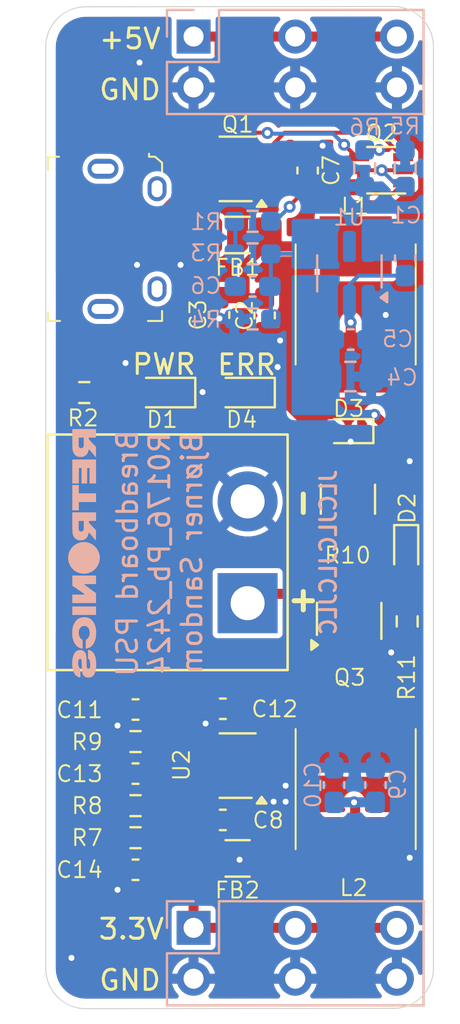
<source format=kicad_pcb>
(kicad_pcb (version 20240108) (generator "pcbnew") (generator_version "8.0")
  (layers (0 "F.Cu" signal) (31 "B.Cu" signal) (34 "B.Paste" user) (35 "F.Paste" user) (36 "B.SilkS" user "B.Silkscreen") (37 "F.SilkS" user "F.Silkscreen") (38 "B.Mask" user) (39 "F.Mask" user) (44 "Edge.Cuts" user))
  (net 0 "")
  (net 1 "Net-(U1-BOOT)")
  (net 2 "Net-(U1-SW)")
  (net 3 "Net-(C2-Pad2)")
  (net 4 "GND")
  (net 5 "Net-(U1-FB)")
  (net 6 "Net-(C6-Pad2)")
  (net 7 "+3.3V")
  (net 9 "+5V")
  (net 10 "Net-(U2-BOOT)")
  (net 11 "Net-(U2-SW)")
  (net 12 "Net-(C10-Pad2)")
  (net 13 "VDC")
  (net 14 "Net-(C13-Pad2)")
  (net 15 "Net-(U2-FB)")
  (net 16 "Net-(Q2A-E1)")
  (net 17 "/DC IN")
  (net 18 "Net-(Q2A-B1)")
  (net 20 "Net-(D2-A)")
  (net 24 "Net-(Q1-G)")
  (net 25 "Net-(D3-A)")
  (net 26 "Net-(D1-A)")
  (footprint "Capacitor_SMD:C_0603_1608Metric_Pad1.08x0.95mm_HandSolder" (layer "F.Cu") (at 58.35 64.425 90)
    (property "Reference" "C2" (at 0 -1 90) (layer "F.SilkS") (effects (font (size 0.8 0.8) (thickness 0.1))))
    (property "Value" "22µF 10V")
    (pad "1" smd roundrect (at -0.8625 0 90) (size 1.075 0.95) (layers "F.Cu" "F.Paste" "F.Mask") (net 4 "GND"))
    (pad "2" smd roundrect (at 0.8625 0 90) (size 1.075 0.95) (layers "F.Cu" "F.Paste" "F.Mask") (net 3 "Net-(C2-Pad2)"))
  )
  (footprint "myDevices:SOT-363_SC-70-6-Handsoldering" (layer "F.Cu") (at 64.175 57.175 180)
    (property "Reference" "Q2" (at -0.025 1.85 0) (layer "F.SilkS") (effects (font (size 0.8 0.8) (thickness 0.1))))
    (property "Value" "BC857BS")
    (pad "1" smd rect (at -1.1 -0.65 180) (size 1 0.4) (layers "F.Cu" "F.Paste" "F.Mask") (net 16 "Net-(Q2A-E1)"))
    (pad "2" smd rect (at -1.1 0 180) (size 1 0.4) (layers "F.Cu" "F.Paste" "F.Mask") (net 18 "Net-(Q2A-B1)"))
    (pad "3" smd rect (at -1.1 0.65 180) (size 1 0.4) (layers "F.Cu" "F.Paste" "F.Mask") (net 24 "Net-(Q1-G)"))
    (pad "4" smd rect (at 1.1 0.65 180) (size 1 0.4) (layers "F.Cu" "F.Paste" "F.Mask") (net 9 "+5V"))
    (pad "5" smd rect (at 1.1 0 180) (size 1 0.4) (layers "F.Cu" "F.Paste" "F.Mask") (net 18 "Net-(Q2A-B1)"))
    (pad "6" smd rect (at 1.1 -0.65 180) (size 1 0.4) (layers "F.Cu" "F.Paste" "F.Mask") (net 18 "Net-(Q2A-B1)"))
  )
  (footprint "Retronics_Passives:ETQP4M100YFN" (layer "F.Cu") (at 62.9 88.075 -90)
    (property "Reference" "L2" (at 4.925 0.1 0) (layer "F.SilkS") (effects (font (size 0.8 0.8) (thickness 0.1))))
    (property "Value" "10µH 3.3A" (hide yes))
    (pad "1" smd rect (at -2.9 0 270) (size 3 3.6) (layers "F.Cu" "F.Paste" "F.Mask") (net 11 "Net-(U2-SW)"))
    (pad "2" smd rect (at 2.9 0 270) (size 3 3.6) (layers "F.Cu" "F.Paste" "F.Mask") (net 12 "Net-(C10-Pad2)"))
  )
  (footprint "Retronics_Connectors:Pluggable_DB2ERC-5.08-2P-BK" (layer "F.Cu") (at 57.5 78.79 90)
    (property "Reference" "J1" (hide yes))
    (property "Value" "DC Input 6-24V")
    (pad "1" thru_hole rect (at 0 0 90) (size 3 3) (drill 1.7) (layers "*.Cu" "*.Mask") (net 17 "/DC IN"))
    (pad "2" thru_hole circle (at 5.08 0 90) (size 3 3) (drill 1.7) (layers "*.Cu" "*.Mask") (net 4 "GND"))
  )
  (footprint "Package_TO_SOT_SMD:SOT-23-6_Handsoldering" (layer "F.Cu") (at 62.575 79.675 90)
    (property "Reference" "Q3" (at -2.825 0.025 180) (layer "F.SilkS") (effects (font (size 0.8 0.8) (thickness 0.1))))
    (property "Value" "Si3493DDV")
    (pad "1" smd roundrect (at -1.35 -0.95 90) (size 1.56 0.65) (layers "F.Cu" "F.Paste" "F.Mask") (net 17 "/DC IN"))
    (pad "2" smd roundrect (at -1.35 0 90) (size 1.56 0.65) (layers "F.Cu" "F.Paste" "F.Mask") (net 17 "/DC IN"))
    (pad "3" smd roundrect (at -1.35 0.95 90) (size 1.56 0.65) (layers "F.Cu" "F.Paste" "F.Mask") (net 20 "Net-(D2-A)"))
    (pad "4" smd roundrect (at 1.35 0.95 90) (size 1.56 0.65) (layers "F.Cu" "F.Paste" "F.Mask") (net 13 "VDC"))
    (pad "5" smd roundrect (at 1.35 0 90) (size 1.56 0.65) (layers "F.Cu" "F.Paste" "F.Mask") (net 17 "/DC IN"))
    (pad "6" smd roundrect (at 1.35 -0.95 90) (size 1.56 0.65) (layers "F.Cu" "F.Paste" "F.Mask") (net 17 "/DC IN"))
  )
  (footprint "LED_SMD:LED_0603_1608Metric_Pad1.05x0.95mm_HandSolder" (layer "F.Cu") (at 57.2 68.275 180)
    (property "Reference" "D4" (at 0 -1.35 0) (layer "F.SilkS") (effects (font (size 0.8 0.8) (thickness 0.1))))
    (property "Value" "Red")
    (pad "1" smd roundrect (at -0.875 0 180) (size 1.05 0.95) (layers "F.Cu" "F.Paste" "F.Mask") (net 25 "Net-(D3-A)"))
    (pad "2" smd roundrect (at 0.875 0 180) (size 1.05 0.95) (layers "F.Cu" "F.Paste" "F.Mask") (net 4 "GND"))
  )
  (footprint "Diode_SMD:D_SOD-523" (layer "F.Cu") (at 65.425 76.15 -90)
    (property "Reference" "D2" (at -2.1 -0.05 -90) (layer "F.SilkS") (effects (font (size 0.8 0.8) (thickness 0.1))))
    (property "Value" "12V")
    (pad "1" smd roundrect (at -0.7 0 90) (size 0.6 0.7) (layers "F.Cu" "F.Paste" "F.Mask") (net 13 "VDC"))
    (pad "2" smd roundrect (at 0.7 0 90) (size 0.6 0.7) (layers "F.Cu" "F.Paste" "F.Mask") (net 20 "Net-(D2-A)"))
  )
  (footprint "Retronics_Passives:R_0603_1608Metric_Pad0.98x0.95mm_HandSolder" (layer "F.Cu") (at 49.3375 68.275)
    (property "Reference" "R2" (at -0.0625 1.275 0) (layer "F.SilkS") (effects (font (size 0.8 0.8) (thickness 0.1))))
    (property "Value" "100kΩ")
    (pad "1" smd roundrect (at -0.9125 0) (size 0.975 0.95) (layers "F.Cu" "F.Paste" "F.Mask") (net 9 "+5V"))
    (pad "2" smd roundrect (at 0.9125 0) (size 0.975 0.95) (layers "F.Cu" "F.Paste" "F.Mask") (net 26 "Net-(D1-A)"))
  )
  (footprint "Retronics_Passives:R_0603_1608Metric_Pad0.98x0.95mm_HandSolder" (layer "F.Cu") (at 65.475 79.7 -90)
    (property "Reference" "R11" (at 2.8 0.025 -90) (layer "F.SilkS") (effects (font (size 0.8 0.8) (thickness 0.1))))
    (property "Value" "100kΩ")
    (pad "1" smd roundrect (at -0.9125 0 270) (size 0.975 0.95) (layers "F.Cu" "F.Paste" "F.Mask") (net 20 "Net-(D2-A)"))
    (pad "2" smd roundrect (at 0.9125 0 270) (size 0.975 0.95) (layers "F.Cu" "F.Paste" "F.Mask") (net 4 "GND"))
  )
  (footprint "Capacitor_SMD:C_0603_1608Metric_Pad1.08x0.95mm_HandSolder" (layer "F.Cu") (at 56.2625 89.6125 180)
    (property "Reference" "C8" (at -2.2625 -0.0125 180) (layer "F.SilkS") (effects (font (size 0.8 0.8) (thickness 0.1))))
    (property "Value" "100nF")
    (pad "1" smd roundrect (at -0.8625 0 180) (size 1.075 0.95) (layers "F.Cu" "F.Paste" "F.Mask") (net 11 "Net-(U2-SW)"))
    (pad "2" smd roundrect (at 0.8625 0 180) (size 1.075 0.95) (layers "F.Cu" "F.Paste" "F.Mask") (net 10 "Net-(U2-BOOT)"))
  )
  (footprint "Resistor_SMD:R_0603_1608Metric_Pad0.98x0.95mm_HandSolder" (layer "F.Cu") (at 51.9 85.7 180)
    (property "Reference" "R9" (at 2.419048 -0.016 0) (layer "F.SilkS") (effects (font (size 0.8 0.8) (thickness 0.1))))
    (property "Value" "22kΩ")
    (pad "1" smd roundrect (at -0.9125 0 180) (size 0.975 0.95) (layers "F.Cu" "F.Paste" "F.Mask") (net 15 "Net-(U2-FB)"))
    (pad "2" smd roundrect (at 0.9125 0 180) (size 0.975 0.95) (layers "F.Cu" "F.Paste" "F.Mask") (net 4 "GND"))
  )
  (footprint "Resistor_SMD:R_0603_1608Metric_Pad0.98x0.95mm_HandSolder" (layer "F.Cu") (at 51.9 88.9)
    (property "Reference" "R8" (at -2.419048 0.008 0) (layer "F.SilkS") (effects (font (size 0.8 0.8) (thickness 0.1))))
    (property "Value" "100kΩ")
    (pad "1" smd roundrect (at -0.9125 0) (size 0.975 0.95) (layers "F.Cu" "F.Paste" "F.Mask") (net 14 "Net-(C13-Pad2)"))
    (pad "2" smd roundrect (at 0.9125 0) (size 0.975 0.95) (layers "F.Cu" "F.Paste" "F.Mask") (net 15 "Net-(U2-FB)"))
  )
  (footprint "Inductor_SMD:L_1206_3216Metric_Pad1.42x1.75mm_HandSolder" (layer "F.Cu") (at 57 91.5325 180)
    (property "Reference" "FB2" (at 0.01 -1.59 0) (layer "F.SilkS") (effects (font (size 0.8 0.8) (thickness 0.1))))
    (property "Value" "100Ω@100MHz")
    (pad "1" smd roundrect (at -1.4875 0 180) (size 1.425 1.75) (layers "F.Cu" "F.Paste" "F.Mask") (roundrect_rratio 0.175439) (net 12 "Net-(C10-Pad2)"))
    (pad "2" smd roundrect (at 1.4875 0 180) (size 1.425 1.75) (layers "F.Cu" "F.Paste" "F.Mask") (roundrect_rratio 0.175439) (net 7 "+3.3V"))
  )
  (footprint "Capacitor_SMD:C_0603_1608Metric_Pad1.08x0.95mm_HandSolder" (layer "F.Cu") (at 51.9 87.3 180)
    (property "Reference" "C13" (at 2.8 -0.012 0) (layer "F.SilkS") (effects (font (size 0.8 0.8) (thickness 0.1))))
    (property "Value" "75pF")
    (pad "1" smd roundrect (at -0.8625 0 180) (size 1.075 0.95) (layers "F.Cu" "F.Paste" "F.Mask") (net 15 "Net-(U2-FB)"))
    (pad "2" smd roundrect (at 0.8625 0 180) (size 1.075 0.95) (layers "F.Cu" "F.Paste" "F.Mask") (net 14 "Net-(C13-Pad2)"))
  )
  (footprint "Retronics_Passives:ETQP4M100YFN" (layer "F.Cu") (at 62.9 63.875 90)
    (property "Reference" "L1" (at 4.9 -0.025 0) (layer "F.SilkS") (effects (font (size 0.8 0.8) (thickness 0.1))))
    (property "Value" "10µH 3.3A" (hide yes))
    (pad "1" smd rect (at -2.9 0 90) (size 3 3.6) (layers "F.Cu" "F.Paste" "F.Mask") (net 2 "Net-(U1-SW)"))
    (pad "2" smd rect (at 2.9 0 90) (size 3 3.6) (layers "F.Cu" "F.Paste" "F.Mask") (net 3 "Net-(C2-Pad2)"))
  )
  (footprint "Package_TO_SOT_SMD:SOT-23-6_Handsoldering" (layer "F.Cu") (at 57 57.1075 180)
    (property "Reference" "Q1" (at 0 2.225 180) (layer "F.SilkS") (effects (font (size 0.8 0.8) (thickness 0.1))))
    (property "Value" "Si3493DDV")
    (pad "1" smd roundrect (at -1.35 -0.95 180) (size 1.56 0.65) (layers "F.Cu" "F.Paste" "F.Mask") (net 16 "Net-(Q2A-E1)"))
    (pad "2" smd roundrect (at -1.35 0 180) (size 1.56 0.65) (layers "F.Cu" "F.Paste" "F.Mask") (net 16 "Net-(Q2A-E1)"))
    (pad "3" smd roundrect (at -1.35 0.95 180) (size 1.56 0.65) (layers "F.Cu" "F.Paste" "F.Mask") (net 24 "Net-(Q1-G)"))
    (pad "4" smd roundrect (at 1.35 0.95 180) (size 1.56 0.65) (layers "F.Cu" "F.Paste" "F.Mask") (net 9 "+5V"))
    (pad "5" smd roundrect (at 1.35 0 180) (size 1.56 0.65) (layers "F.Cu" "F.Paste" "F.Mask") (net 16 "Net-(Q2A-E1)"))
    (pad "6" smd roundrect (at 1.35 -0.95 180) (size 1.56 0.65) (layers "F.Cu" "F.Paste" "F.Mask") (net 16 "Net-(Q2A-E1)"))
  )
  (footprint "Diode_SMD:D_SOD-523" (layer "F.Cu") (at 62.525 70.2 180)
    (property "Reference" "D3" (at -0.025 1.125 0) (layer "F.SilkS") (effects (font (size 0.8 0.8) (thickness 0.1))))
    (property "Value" "RB521S30T5G")
    (pad "1" smd roundrect (at -0.7 0) (size 0.6 0.7) (layers "F.Cu" "F.Paste" "F.Mask") (net 4 "GND"))
    (pad "2" smd roundrect (at 0.7 0) (size 0.6 0.7) (layers "F.Cu" "F.Paste" "F.Mask") (net 25 "Net-(D3-A)"))
  )
  (footprint "Capacitor_SMD:C_0603_1608Metric_Pad1.08x0.95mm_HandSolder" (layer "F.Cu") (at 51.9 92.1)
    (property "Reference" "C14" (at -2.8 0 180) (layer "F.SilkS") (effects (font (size 0.8 0.8) (thickness 0.1))))
    (property "Value" "22µF 10V")
    (pad "1" smd roundrect (at -0.8625 0) (size 1.075 0.95) (layers "F.Cu" "F.Paste" "F.Mask") (net 4 "GND"))
    (pad "2" smd roundrect (at 0.8625 0) (size 1.075 0.95) (layers "F.Cu" "F.Paste" "F.Mask") (net 7 "+3.3V"))
  )
  (footprint "Retronics_Passives:R_1210_3225Metric_Pad1.30x2.65mm_HandSolder" (layer "F.Cu") (at 62.5125 73.6 90)
    (property "Reference" "R10" (at -2.8 -0.0125 180) (layer "F.SilkS") (effects (font (size 0.8 0.8) (thickness 0.1))))
    (property "Value" "5.6kΩ 0.5W")
    (pad "1" smd roundrect (at -1.55 0 90) (size 1.3 2.65) (layers "F.Cu" "F.Paste" "F.Mask") (roundrect_rratio 0.192308) (net 17 "/DC IN"))
    (pad "2" smd roundrect (at 1.55 0 90) (size 1.3 2.65) (layers "F.Cu" "F.Paste" "F.Mask") (roundrect_rratio 0.192308) (net 25 "Net-(D3-A)"))
  )
  (footprint "Inductor_SMD:L_1206_3216Metric_Pad1.42x1.75mm_HandSolder" (layer "F.Cu") (at 57 60.4075 180)
    (property "Reference" "FB1" (at 0 -1.625 180) (layer "F.SilkS") (effects (font (size 0.8 0.8) (thickness 0.1))))
    (property "Value" "100Ω@100MHz")
    (pad "1" smd roundrect (at -1.4875 0 180) (size 1.425 1.75) (layers "F.Cu" "F.Paste" "F.Mask") (roundrect_rratio 0.175439) (net 3 "Net-(C2-Pad2)"))
    (pad "2" smd roundrect (at 1.4875 0 180) (size 1.425 1.75) (layers "F.Cu" "F.Paste" "F.Mask") (roundrect_rratio 0.175439) (net 16 "Net-(Q2A-E1)"))
  )
  (footprint "LED_SMD:LED_0603_1608Metric_Pad1.05x0.95mm_HandSolder" (layer "F.Cu") (at 53.225 68.275 180)
    (property "Reference" "D1" (at 0 -1.35 0) (layer "F.SilkS") (effects (font (size 0.8 0.8) (thickness 0.1))))
    (property "Value" "Green")
    (pad "1" smd roundrect (at -0.875 0 180) (size 1.05 0.95) (layers "F.Cu" "F.Paste" "F.Mask") (net 4 "GND"))
    (pad "2" smd roundrect (at 0.875 0 180) (size 1.05 0.95) (layers "F.Cu" "F.Paste" "F.Mask") (net 26 "Net-(D1-A)"))
  )
  (footprint "Resistor_SMD:R_0603_1608Metric_Pad0.98x0.95mm_HandSolder" (layer "F.Cu") (at 51.9 90.5 180)
    (property "Reference" "R7" (at 2.419048 -0.004 0) (layer "F.SilkS") (effects (font (size 0.8 0.8) (thickness 0.1))))
    (property "Value" "49.9Ω")
    (pad "1" smd roundrect (at -0.9125 0 180) (size 0.975 0.95) (layers "F.Cu" "F.Paste" "F.Mask") (net 7 "+3.3V"))
    (pad "2" smd roundrect (at 0.9125 0 180) (size 0.975 0.95) (layers "F.Cu" "F.Paste" "F.Mask") (net 14 "Net-(C13-Pad2)"))
  )
  (footprint "Capacitor_SMD:C_0603_1608Metric_Pad1.08x0.95mm_HandSolder" (layer "F.Cu") (at 56.2625 84.0625)
    (property "Reference" "C12" (at 2.5875 0.0125 0) (layer "F.SilkS") (effects (font (size 0.8 0.8) (thickness 0.1))))
    (property "Value" "100nF")
    (pad "1" smd roundrect (at -0.8625 0) (size 1.075 0.95) (layers "F.Cu" "F.Paste" "F.Mask") (net 4 "GND"))
    (pad "2" smd roundrect (at 0.8625 0) (size 1.075 0.95) (layers "F.Cu" "F.Paste" "F.Mask") (net 9 "+5V"))
  )
  (footprint "Capacitor_SMD:C_0603_1608Metric_Pad1.08x0.95mm_HandSolder" (layer "F.Cu") (at 51.9 84.1)
    (property "Reference" "C11" (at -2.8 0.02 0) (layer "F.SilkS") (effects (font (size 0.8 0.8) (thickness 0.1))))
    (property "Value" "10µF")
    (pad "1" smd roundrect (at -0.8625 0) (size 1.075 0.95) (layers "F.Cu" "F.Paste" "F.Mask") (net 4 "GND"))
    (pad "2" smd roundrect (at 0.8625 0) (size 1.075 0.95) (layers "F.Cu" "F.Paste" "F.Mask") (net 9 "+5V"))
  )
  (footprint "Package_TO_SOT_SMD:SOT-23-6_Handsoldering" (layer "F.Cu") (at 57 86.9 180)
    (property "Reference" "U2" (at 2.8 0.025 90) (layer "F.SilkS") (effects (font (size 0.8 0.8) (thickness 0.1))))
    (property "Value" "TPS54302")
    (pad "1" smd roundrect (at -1.35 -0.95 180) (size 1.56 0.65) (layers "F.Cu" "F.Paste" "F.Mask") (net 4 "GND"))
    (pad "2" smd roundrect (at -1.35 0 180) (size 1.56 0.65) (layers "F.Cu" "F.Paste" "F.Mask") (net 11 "Net-(U2-SW)"))
    (pad "3" smd roundrect (at -1.35 0.95 180) (size 1.56 0.65) (layers "F.Cu" "F.Paste" "F.Mask") (net 9 "+5V"))
    (pad "4" smd roundrect (at 1.35 0.95 180) (size 1.56 0.65) (layers "F.Cu" "F.Paste" "F.Mask") (net 15 "Net-(U2-FB)"))
    (pad "5" smd roundrect (at 1.35 0 180) (size 1.56 0.65) (layers "F.Cu" "F.Paste" "F.Mask"))
    (pad "6" smd roundrect (at 1.35 -0.95 180) (size 1.56 0.65) (layers "F.Cu" "F.Paste" "F.Mask") (net 10 "Net-(U2-BOOT)"))
  )
  (footprint "Capacitor_SMD:C_0603_1608Metric_Pad1.08x0.95mm_HandSolder" (layer "F.Cu") (at 56.075 64.4 90)
    (property "Reference" "C3" (at 0 -1.05 90) (layer "F.SilkS") (effects (font (size 0.8 0.8) (thickness 0.1))))
    (property "Value" "22µF 10V")
    (pad "1" smd roundrect (at -0.8625 0 90) (size 1.075 0.95) (layers "F.Cu" "F.Paste" "F.Mask") (net 4 "GND"))
    (pad "2" smd roundrect (at 0.8625 0 90) (size 1.075 0.95) (layers "F.Cu" "F.Paste" "F.Mask") (net 3 "Net-(C2-Pad2)"))
  )
  (footprint "Retronics_Connectors:USB_Micro_B_Female_10118194-0001LF" (layer "F.Cu") (at 52.975 60.6 -90)
    (property "Reference" "J4" (hide yes))
    (property "Value" "USB_B_Micro")
    (pad "1" smd rect (at -1.3 0 270) (size 0.4 1.35) (layers "F.Cu" "F.Paste" "F.Mask") (net 9 "+5V"))
    (pad "2" smd rect (at -0.65 0 270) (size 0.4 1.35) (layers "F.Cu" "F.Paste" "F.Mask"))
    (pad "3" smd rect (at 0 0 270) (size 0.4 1.35) (layers "F.Cu" "F.Paste" "F.Mask"))
    (pad "4" smd rect (at 0.65 0 270) (size 0.4 1.35) (layers "F.Cu" "F.Paste" "F.Mask"))
    (pad "5" smd rect (at 1.3 0 270) (size 0.4 1.35) (layers "F.Cu" "F.Paste" "F.Mask") (net 4 "GND"))
    (pad "SH" thru_hole oval (at -3.5 2.7 270) (size 1 1.55) (drill oval 0.5 1.15) (layers "*.Cu" "*.Mask"))
    (pad "SH" thru_hole oval (at -2.5 0 270) (size 1.25 0.95) (drill oval 0.85 0.55) (layers "*.Cu" "*.Mask"))
    (pad "SH" thru_hole oval (at 2.5 0 270) (size 1.25 0.95) (drill oval 0.85 0.55) (layers "*.Cu" "*.Mask"))
    (pad "SH" thru_hole oval (at 3.5 2.7 270) (size 1 1.55) (drill oval 0.5 1.15) (layers "*.Cu" "*.Mask"))
  )
  (footprint "Capacitor_SMD:C_0603_1608Metric_Pad1.08x0.95mm_HandSolder" (layer "F.Cu") (at 60.5 57.1875 -90)
    (property "Reference" "C7" (at 0 -1.175 90) (layer "F.SilkS") (effects (font (size 0.8 0.8) (thickness 0.1))))
    (property "Value" "22µF 10V")
    (pad "1" smd roundrect (at -0.8625 0 270) (size 1.075 0.95) (layers "F.Cu" "F.Paste" "F.Mask") (net 4 "GND"))
    (pad "2" smd roundrect (at 0.8625 0 270) (size 1.075 0.95) (layers "F.Cu" "F.Paste" "F.Mask") (net 16 "Net-(Q2A-E1)"))
  )
  (footprint "Capacitor_SMD:C_0603_1608Metric_Pad1.08x0.95mm_HandSolder" (layer "B.Cu") (at 65.375 61.575 90)
    (property "Reference" "C1" (at 2.15 0.05 180) (layer "B.SilkS") (effects (font (size 0.8 0.8) (thickness 0.1)) (justify mirror)))
    (property "Value" "100nF")
    (pad "1" smd roundrect (at -0.8625 0 90) (size 1.075 0.95) (layers "B.Cu" "B.Paste" "B.Mask") (net 2 "Net-(U1-SW)"))
    (pad "2" smd roundrect (at 0.8625 0 90) (size 1.075 0.95) (layers "B.Cu" "B.Paste" "B.Mask") (net 1 "Net-(U1-BOOT)"))
  )
  (footprint "Resistor_SMD:R_0603_1608Metric_Pad0.98x0.95mm_HandSolder" (layer "B.Cu") (at 63.35 57.075 90)
    (property "Reference" "R6" (at 2.05 0 0) (layer "B.SilkS") (effects (font (size 0.8 0.8) (thickness 0.1)) (justify mirror)))
    (property "Value" "10kΩ")
    (pad "1" smd roundrect (at -0.9125 0 90) (size 0.975 0.95) (layers "B.Cu" "B.Paste" "B.Mask") (net 4 "GND"))
    (pad "2" smd roundrect (at 0.9125 0 90) (size 0.975 0.95) (layers "B.Cu" "B.Paste" "B.Mask") (net 24 "Net-(Q1-G)"))
  )
  (footprint "Capacitor_SMD:C_0603_1608Metric_Pad1.08x0.95mm_HandSolder" (layer "B.Cu") (at 57.75 62.975 180)
    (property "Reference" "C6" (at 2.3375 0.033332 0) (layer "B.SilkS") (effects (font (size 0.8 0.8) (thickness 0.1)) (justify mirror)))
    (property "Value" "75pF")
    (pad "1" smd roundrect (at -0.8625 0 180) (size 1.075 0.95) (layers "B.Cu" "B.Paste" "B.Mask") (net 5 "Net-(U1-FB)"))
    (pad "2" smd roundrect (at 0.8625 0 180) (size 1.075 0.95) (layers "B.Cu" "B.Paste" "B.Mask") (net 6 "Net-(C6-Pad2)"))
  )
  (footprint "Retronics_Connectors:PinHeader_2x03_P2.54mm_Vertical_Alt" (layer "B.Cu") (at 54.8 50.5 -90)
    (property "Reference" "J3" (hide yes))
    (property "Value" "5V OUT")
    (pad "1" thru_hole rect (at 0 0 270) (size 1.7 1.7) (drill 1) (layers "*.Cu" "*.Mask") (net 9 "+5V"))
    (pad "2" thru_hole oval (at 2.54 0 270) (size 1.7 1.7) (drill 1) (layers "*.Cu" "*.Mask") (net 4 "GND"))
    (pad "3" thru_hole oval (at 0 -5.08 270) (size 1.7 1.7) (drill 1) (layers "*.Cu" "*.Mask") (net 9 "+5V"))
    (pad "4" thru_hole oval (at 2.54 -5.08 270) (size 1.7 1.7) (drill 1) (layers "*.Cu" "*.Mask") (net 4 "GND"))
    (pad "5" thru_hole oval (at 0 -10.16 270) (size 1.7 1.7) (drill 1) (layers "*.Cu" "*.Mask") (net 9 "+5V"))
    (pad "6" thru_hole oval (at 2.54 -10.16 270) (size 1.7 1.7) (drill 1) (layers "*.Cu" "*.Mask") (net 4 "GND"))
  )
  (footprint "Resistor_SMD:R_0603_1608Metric_Pad0.98x0.95mm_HandSolder" (layer "B.Cu") (at 65.375 57.075 -90)
    (property "Reference" "R5" (at -2.1 0.025 180) (layer "B.SilkS") (effects (font (size 0.8 0.8) (thickness 0.1)) (justify mirror)))
    (property "Value" "10kΩ")
    (pad "1" smd roundrect (at -0.9125 0 270) (size 0.975 0.95) (layers "B.Cu" "B.Paste" "B.Mask") (net 4 "GND"))
    (pad "2" smd roundrect (at 0.9125 0 270) (size 0.975 0.95) (layers "B.Cu" "B.Paste" "B.Mask") (net 18 "Net-(Q2A-B1)"))
  )
  (footprint "Resistor_SMD:R_0603_1608Metric_Pad0.98x0.95mm_HandSolder" (layer "B.Cu") (at 57.75 61.35)
    (property "Reference" "R3" (at -2.3375 -0.041666 0) (layer "B.SilkS") (effects (font (size 0.8 0.8) (thickness 0.1)) (justify mirror)))
    (property "Value" "100kΩ")
    (pad "1" smd roundrect (at -0.9125 0) (size 0.975 0.95) (layers "B.Cu" "B.Paste" "B.Mask") (net 6 "Net-(C6-Pad2)"))
    (pad "2" smd roundrect (at 0.9125 0) (size 0.975 0.95) (layers "B.Cu" "B.Paste" "B.Mask") (net 5 "Net-(U1-FB)"))
  )
  (footprint "Capacitor_SMD:C_0603_1608Metric_Pad1.08x0.95mm_HandSolder" (layer "B.Cu") (at 61.82 87.87 -90)
    (property "Reference" "C10" (at 0 1.05 90) (layer "B.SilkS") (effects (font (size 0.8 0.8) (thickness 0.1)) (justify mirror)))
    (property "Value" "22µF 10V")
    (pad "1" smd roundrect (at -0.8625 0 270) (size 1.075 0.95) (layers "B.Cu" "B.Paste" "B.Mask") (net 4 "GND"))
    (pad "2" smd roundrect (at 0.8625 0 270) (size 1.075 0.95) (layers "B.Cu" "B.Paste" "B.Mask") (net 12 "Net-(C10-Pad2)"))
  )
  (footprint "Icons_Graphics:retronics_logo_14mm" (layer "B.Cu") (at 49.3 76.303328 -90)
    (property "Reference" "G***" (hide yes))
    (property "Value" "LOGO" (hide yes))
  )
  (footprint "Retronics_Connectors:PinHeader_2x03_P2.54mm_Vertical_Alt" (layer "B.Cu") (at 54.8 95 -90)
    (property "Reference" "J2" (hide yes))
    (property "Value" "3.3V OUT")
    (pad "1" thru_hole rect (at 0 0 270) (size 1.7 1.7) (drill 1) (layers "*.Cu" "*.Mask") (net 7 "+3.3V"))
    (pad "2" thru_hole oval (at 2.54 0 270) (size 1.7 1.7) (drill 1) (layers "*.Cu" "*.Mask") (net 4 "GND"))
    (pad "3" thru_hole oval (at 0 -5.08 270) (size 1.7 1.7) (drill 1) (layers "*.Cu" "*.Mask") (net 7 "+3.3V"))
    (pad "4" thru_hole oval (at 2.54 -5.08 270) (size 1.7 1.7) (drill 1) (layers "*.Cu" "*.Mask") (net 4 "GND"))
    (pad "5" thru_hole oval (at 0 -10.16 270) (size 1.7 1.7) (drill 1) (layers "*.Cu" "*.Mask") (net 7 "+3.3V"))
    (pad "6" thru_hole oval (at 2.54 -10.16 270) (size 1.7 1.7) (drill 1) (layers "*.Cu" "*.Mask") (net 4 "GND"))
  )
  (footprint "Resistor_SMD:R_0603_1608Metric_Pad0.98x0.95mm_HandSolder" (layer "B.Cu") (at 57.75 64.6 180)
    (property "Reference" "R4" (at 2.3375 -0.025 0) (layer "B.SilkS") (effects (font (size 0.8 0.8) (thickness 0.1)) (justify mirror)))
    (property "Value" "13.3kΩ")
    (pad "1" smd roundrect (at -0.9125 0 180) (size 0.975 0.95) (layers "B.Cu" "B.Paste" "B.Mask") (net 5 "Net-(U1-FB)"))
    (pad "2" smd roundrect (at 0.9125 0 180) (size 0.975 0.95) (layers "B.Cu" "B.Paste" "B.Mask") (net 4 "GND"))
  )
  (footprint "Capacitor_SMD:C_0603_1608Metric_Pad1.08x0.95mm_HandSolder" (layer "B.Cu") (at 63.89 87.87 -90)
    (property "Reference" "C9" (at -0.04 -1.11 90) (layer "B.SilkS") (effects (font (size 0.8 0.8) (thickness 0.1)) (justify mirror)))
    (property "Value" "22µF 10V")
    (pad "1" smd roundrect (at -0.8625 0 270) (size 1.075 0.95) (layers "B.Cu" "B.Paste" "B.Mask") (net 4 "GND"))
    (pad "2" smd roundrect (at 0.8625 0 270) (size 1.075 0.95) (layers "B.Cu" "B.Paste" "B.Mask") (net 12 "Net-(C10-Pad2)"))
  )
  (footprint "Package_TO_SOT_SMD:SOT-23-6_Handsoldering" (layer "B.Cu") (at 62.5875 62.325 90)
    (property "Reference" "U1" (at 2.8 -0.0125 180) (layer "B.SilkS") (effects (font (size 0.8 0.8) (thickness 0.1)) (justify mirror)))
    (property "Value" "TPS54302")
    (pad "1" smd roundrect (at -1.35 0.95 90) (size 1.56 0.65) (layers "B.Cu" "B.Paste" "B.Mask") (net 4 "GND"))
    (pad "2" smd roundrect (at -1.35 0 90) (size 1.56 0.65) (layers "B.Cu" "B.Paste" "B.Mask") (net 2 "Net-(U1-SW)"))
    (pad "3" smd roundrect (at -1.35 -0.95 90) (size 1.56 0.65) (layers "B.Cu" "B.Paste" "B.Mask") (net 13 "VDC"))
    (pad "4" smd roundrect (at 1.35 -0.95 90) (size 1.56 0.65) (layers "B.Cu" "B.Paste" "B.Mask") (net 5 "Net-(U1-FB)"))
    (pad "5" smd roundrect (at 1.35 0 90) (size 1.56 0.65) (layers "B.Cu" "B.Paste" "B.Mask"))
    (pad "6" smd roundrect (at 1.35 0.95 90) (size 1.56 0.65) (layers "B.Cu" "B.Paste" "B.Mask") (net 1 "Net-(U1-BOOT)"))
  )
  (footprint "Capacitor_SMD:C_0805_2012Metric_Pad1.18x1.45mm_HandSolder" (layer "B.Cu") (at 62.6375 67.475 180)
    (property "Reference" "C4" (at -2.5875 -0.05 0) (layer "B.SilkS") (effects (font (size 0.8 0.8) (thickness 0.1)) (justify mirror)))
    (property "Value" "10µF 50V")
    (pad "1" smd roundrect (at -1.0375 0 180) (size 1.175 1.45) (layers "B.Cu" "B.Paste" "B.Mask") (roundrect_rratio 0.212766) (net 4 "GND"))
    (pad "2" smd roundrect (at 1.0375 0 180) (size 1.175 1.45) (layers "B.Cu" "B.Paste" "B.Mask") (roundrect_rratio 0.212766) (net 13 "VDC"))
  )
  (footprint "Resistor_SMD:R_0603_1608Metric_Pad0.98x0.95mm_HandSolder" (layer "B.Cu") (at 57.75 59.725 180)
    (property "Reference" "R1" (at 2.3375 -0.025 0) (layer "B.SilkS") (effects (font (size 0.8 0.8) (thickness 0.1)) (justify mirror)))
    (property "Value" "49.9Ω")
    (pad "1" smd roundrect (at -0.9125 0 180) (size 0.975 0.95) (layers "B.Cu" "B.Paste" "B.Mask") (net 16 "Net-(Q2A-E1)"))
    (pad "2" smd roundrect (at 0.9125 0 180) (size 0.975 0.95) (layers "B.Cu" "B.Paste" "B.Mask") (net 6 "Net-(C6-Pad2)"))
  )
  (footprint "Capacitor_SMD:C_0603_1608Metric_Pad1.08x0.95mm_HandSolder" (layer "B.Cu") (at 62.65 65.625 180)
    (property "Reference" "C5" (at -2.35 0.025 180) (layer "B.SilkS") (effects (font (size 0.8 0.8) (thickness 0.1)) (justify mirror)))
    (property "Value" "100nF")
    (pad "1" smd roundrect (at -0.8625 0 180) (size 1.075 0.95) (layers "B.Cu" "B.Paste" "B.Mask") (net 4 "GND"))
    (pad "2" smd roundrect (at 0.8625 0 180) (size 1.075 0.95) (layers "B.Cu" "B.Paste" "B.Mask") (net 13 "VDC"))
  )
  (gr_line (start 64.785786 49) (end 49.414214 49.014214) (stroke (width 0.05)) (layer "Edge.Cuts"))
  (gr_arc (start 49.414214 99.035786) (mid 48 98.45) (end 47.414214 97.035786) (stroke (width 0.05)) (layer "Edge.Cuts"))
  (gr_arc (start 64.785786 49) (mid 66.2 49.585786) (end 66.785786 51) (stroke (width 0.05)) (layer "Edge.Cuts"))
  (gr_arc (start 66.785786 97.021572) (mid 66.2 98.435786) (end 64.785786 99.021572) (stroke (width 0.05)) (layer "Edge.Cuts"))
  (gr_line (start 49.414214 99.035786) (end 64.785786 99.021572) (stroke (width 0.05)) (layer "Edge.Cuts"))
  (gr_line (start 47.414214 51.014214) (end 47.414214 97.035786) (stroke (width 0.05)) (layer "Edge.Cuts"))
  (gr_line (start 66.785786 97.021572) (end 66.785786 51) (stroke (width 0.05)) (layer "Edge.Cuts"))
  (gr_arc (start 47.414214 51.014214) (mid 48 49.6) (end 49.414214 49.014214) (stroke (width 0.05)) (layer "Edge.Cuts"))
  (gr_text "Breadboard PSU\nR0176_Pb_2424\nBjørner Sandom\n" (at 55.3 76.3 90) (layer "B.SilkS") (effects (font (size 1 1)) (justify bottom mirror)))
  (gr_text "JLCJLCJLCJLC" (at 62 72.040714 90) (layer "B.SilkS") (effects (font (size 0.8 0.8) (thickness 0.15) (bold yes)) (justify left bottom mirror)))
  (gr_text "+5V" (at 50 51.2 0) (layer "F.SilkS") (effects (font (size 1 1)) (justify left bottom)))
  (gr_text "GND" (at 50 53.74 0) (layer "F.SilkS") (effects (font (size 1 1)) (justify left bottom)))
  (gr_text "-" (at 60.9 74.707857 90) (layer "F.SilkS") (effects (font (size 1.2 1.2) (thickness 0.25) (bold yes)) (justify left bottom)))
  (gr_text "+" (at 60.9 79.575 90) (layer "F.SilkS") (effects (font (size 1.2 1.2) (thickness 0.25) (bold yes)) (justify left bottom)))
  (gr_text "GND" (at 50 98.2 0) (layer "F.SilkS") (effects (font (size 1 1)) (justify left bottom)))
  (gr_text "PWR" (at 51.65 67.45 0) (layer "F.SilkS") (effects (font (size 1 1)) (justify left bottom)))
  (gr_text "3.3V" (at 49.975 95.65 0) (layer "F.SilkS") (effects (font (size 1 1)) (justify left bottom)))
  (gr_text "ERR" (at 55.9 67.475 0) (layer "F.SilkS") (effects (font (size 1 1)) (justify left bottom)))
  (segment (start 62.65 66.525) (end 62.9 66.775) (width 0.5) (layer "F.Cu") (net 2))
  (segment (start 62.65 64.775) (end 62.65 66.525) (width 0.5) (layer "F.Cu") (net 2))
  (via (at 62.65 64.775) (size 0.6) (drill 0.3) (layers "F.Cu" "B.Cu") (net 2))
  (segment (start 62.5875 63.675) (end 62.5875 64.7125) (width 0.5) (layer "B.Cu") (net 2))
  (segment (start 62.5875 62.895001) (end 62.5875 63.675) (width 0.2) (layer "B.Cu") (net 2))
  (segment (start 62.65 63.7375) (end 62.5875 63.675) (width 0.5) (layer "B.Cu") (net 2))
  (segment (start 62.5875 64.7125) (end 62.65 64.775) (width 0.5) (layer "B.Cu") (net 2))
  (segment (start 63.045001 62.4375) (end 62.5875 62.895001) (width 0.2) (layer "B.Cu") (net 2))
  (segment (start 65.375 62.4375) (end 63.045001 62.4375) (width 0.2) (layer "B.Cu") (net 2))
  (segment (start 59.1375 60.975) (end 58.5875 60.425) (width 0.5) (layer "F.Cu") (net 3))
  (segment (start 58.35 63.5625) (end 57.35 63.5625) (width 0.5) (layer "F.Cu") (net 3))
  (segment (start 57.35 63.5625) (end 56.1 63.5625) (width 0.5) (layer "F.Cu") (net 3))
  (segment (start 57.35 63.5625) (end 57.35 61.925) (width 0.5) (layer "F.Cu") (net 3))
  (segment (start 57.35 61.925) (end 58.5875 60.6875) (width 0.5) (layer "F.Cu") (net 3))
  (segment (start 56.1 63.5625) (end 56.075 63.5375) (width 0.5) (layer "F.Cu") (net 3))
  (segment (start 58.5875 60.6875) (end 58.5875 60.425) (width 0.5) (layer "F.Cu") (net 3))
  (segment (start 62.9 60.975) (end 59.1375 60.975) (width 0.5) (layer "F.Cu") (net 3))
  (segment (start 51.0375 93.0625) (end 51 93.1) (width 0.2) (layer "F.Cu") (net 4))
  (segment (start 65.3125 80.6125) (end 64.675 81.25) (width 0.2) (layer "F.Cu") (net 4))
  (segment (start 55.275 68.275) (end 56.325 68.275) (width 0.2) (layer "F.Cu") (net 4))
  (segment (start 51 84.9) (end 50.9875 84.8875) (width 0.2) (layer "F.Cu") (net 4))
  (segment (start 63.175 70.2) (end 62.65 70.725) (width 0.2) (layer "F.Cu") (net 4))
  (segment (start 50.9875 84.8875) (end 50.9875 84.15) (width 0.2) (layer "F.Cu") (net 4))
  (segment (start 63.225 70.2) (end 63.175 70.2) (width 0.2) (layer "F.Cu") (net 4))
  (segment (start 50.9875 84.9125) (end 51 84.9) (width 0.2) (layer "F.Cu") (net 4))
  (segment (start 65.475 80.6125) (end 65.3125 80.6125) (width 0.2) (layer "F.Cu") (net 4))
  (segment (start 59.125 65.675) (end 58.7375 65.2875) (width 0.5) (layer "F.Cu") (net 4))
  (segment (start 52.975 61.9) (end 51.975 61.9) (width 0.4) (layer "F.Cu") (net 4))
  (segment (start 56.093242 64.575) (end 56.075 64.593242) (width 0.5) (layer "F.Cu") (net 4))
  (segment (start 52.975 61.9) (end 54.15 61.9) (width 0.4) (layer "F.Cu") (net 4))
  (segment (start 51.0375 92.1) (end 51.0375 93.0625) (width 0.2) (layer "F.Cu") (net 4))
  (segment (start 56.075 64.593242) (end 56.075 65.2625) (width 0.5) (layer "F.Cu") (net 4))
  (segment (start 50.9875 84.15) (end 51.0375 84.1) (width 0.2) (layer "F.Cu") (net 4))
  (segment (start 55.25 68.25) (end 55.275 68.275) (width 0.2) (layer "F.Cu") (net 4))
  (segment (start 55.4 84.8) (end 55.4 84.0625) (width 0.2) (layer "F.Cu") (net 4))
  (segment (start 61.25 55.95) (end 60.875 55.95) (width 0.2) (layer "F.Cu") (net 4))
  (segment (start 50.9875 85.7) (end 50.9875 84.9125) (width 0.2) (layer "F.Cu") (net 4))
  (segment (start 60.875 55.95) (end 60.5 56.325) (width 0.2) (layer "F.Cu") (net 4))
  (segment (start 54.1 68.275) (end 55.225 68.275) (width 0.2) (layer "F.Cu") (net 4))
  (segment (start 55.225 68.275) (end 55.25 68.25) (width 0.2) (layer "F.Cu") (net 4))
  (segment (start 58.7375 65.2875) (end 58.35 65.2875) (width 0.5) (layer "F.Cu") (net 4))
  (via (at 51.975 61.9) (size 0.6) (drill 0.3) (layers "F.Cu" "B.Cu") (net 4))
  (via (at 64.4 64.4) (size 0.6) (drill 0.3) (layers "F.Cu" "B.Cu") (net 4))
  (via (at 57.1 91.6) (size 0.6) (drill 0.3) (layers "F.Cu" "B.Cu") (net 4))
  (via (at 65.6 91.5) (size 0.6) (drill 0.3) (layers "F.Cu" "B.Cu") (net 4))
  (via (at 51.4 66.8) (size 0.6) (drill 0.3) (layers "F.Cu" "B.Cu") (net 4))
  (via (at 51 84.9) (size 0.6) (drill 0.3) (layers "F.Cu" "B.Cu") (net 4))
  (via (at 61.25 55.95) (size 0.6) (drill 0.3) (layers "F.Cu" "B.Cu") (net 4))
  (via (at 59 67) (size 0.6) (drill 0.3) (layers "F.Cu" "B.Cu") (net 4))
  (via (at 59.125 65.675) (size 0.6) (drill 0.3) (layers "F.Cu" "B.Cu") (net 4))
  (via (at 55.25 68.25) (size 0.6) (drill 0.3) (layers "F.Cu" "B.Cu") (net 4))
  (via (at 55.4 84.8) (size 0.6) (drill 0.3) (layers "F.Cu" "B.Cu") (net 4))
  (via (at 59.4 87.9) (size 0.6) (drill 0.3) (layers "F.Cu" "B.Cu") (net 4))
  (via (at 51 93.1) (size 0.6) (drill 0.3) (layers "F.Cu" "B.Cu") (net 4))
  (via (at 65.6 71.7) (size 0.6) (drill 0.3) (layers "F.Cu" "B.Cu") (net 4))
  (via (at 52.1 51.8) (size 0.6) (drill 0.3) (layers "F.Cu" "B.Cu") (net 4))
  (via (at 48.7 96.5) (size 0.6) (drill 0.3) (layers "F.Cu" "B.Cu") (net 4))
  (via (at 64.675 81.25) (size 0.6) (drill 0.3) (layers "F.Cu" "B.Cu") (net 4))
  (via (at 59.4 88.7) (size 0.6) (drill 0.3) (layers "F.Cu" "B.Cu") (net 4))
  (via (at 62.65 70.725) (size 0.6) (drill 0.3) (layers "F.Cu" "B.Cu") (net 4))
  (via (at 54.15 61.9) (size 0.6) (drill 0.3) (layers "F.Cu" "B.Cu") (net 4))
  (via (at 56.093242 64.575) (size 0.6) (drill 0.3) (layers "F.Cu" "B.Cu") (net 4))
  (via (at 58.8 88.7) (size 0.6) (drill 0.3) (layers "F.Cu" "B.Cu") (net 4))
  (segment (start 58.6625 64.6) (end 58.6625 61.35) (width 0.2) (layer "B.Cu") (net 5))
  (segment (start 61.2625 61.35) (end 61.6375 60.975) (width 0.2) (layer "B.Cu") (net 5))
  (segment (start 58.6625 61.35) (end 61.2625 61.35) (width 0.2) (layer "B.Cu") (net 5))
  (segment (start 57.1875 61.416666) (end 57.1375 61.366666) (width 0.2) (layer "B.Cu") (net 6))
  (segment (start 56.8875 62.975) (end 56.8875 59.775) (width 0.2) (layer "B.Cu") (net 6))
  (segment (start 56.8875 59.775) (end 56.8375 59.725) (width 0.2) (layer "B.Cu") (net 6))
  (segment (start 52.7625 92.1) (end 54.655 92.1) (width 0.2) (layer "F.Cu") (net 7))
  (segment (start 52.7625 90.55) (end 52.8125 90.5) (width 0.2) (layer "F.Cu") (net 7))
  (segment (start 54.655 92.1) (end 54.8 92.245) (width 0.2) (layer "F.Cu") (net 7))
  (segment (start 54.8 95) (end 54.8 92.245) (width 0.5) (layer "F.Cu") (net 7))
  (segment (start 52.7625 92.1) (end 52.7625 90.55) (width 0.2) (layer "F.Cu") (net 7))
  (segment (start 64.96 95) (end 54.8 95) (width 0.5) (layer "F.Cu") (net 7))
  (segment (start 54.8 92.245) (end 55.5125 91.5325) (width 0.5) (layer "F.Cu") (net 7))
  (segment (start 54.42 56.686792) (end 54.949292 56.1575) (width 0.5) (layer "F.Cu") (net 9))
  (segment (start 52.975 59.3) (end 53.233148 59.3) (width 0.5) (layer "F.Cu") (net 9))
  (segment (start 56.075 50.5) (end 54.8 50.5) (width 0.5) (layer "F.Cu") (net 9))
  (segment (start 62.95 56.525) (end 62.325 55.9) (width 0.2) (layer "F.Cu") (net 9))
  (segment (start 53.233148 59.3) (end 54.42 58.113148) (width 0.5) (layer "F.Cu") (net 9))
  (segment (start 55.65 55.7) (end 56.05 55.3) (width 0.5) (layer "F.Cu") (net 9))
  (segment (start 64.96 50.5) (end 56.075 50.5) (width 0.5) (layer "F.Cu") (net 9))
  (segment (start 56.05 55.15) (end 56.05 50.525) (width 0.4) (layer "F.Cu") (net 9))
  (segment (start 56.05 55.3) (end 56.05 55.15) (width 0.4) (layer "F.Cu") (net 9))
  (segment (start 56.05 50.525) (end 56.075 50.5) (width 0.4) (layer "F.Cu") (net 9))
  (segment (start 48.4 79.7375) (end 52.7625 84.1) (width 0.5) (layer "F.Cu") (net 9))
  (segment (start 63.075 56.525) (end 62.95 56.525) (width 0.2) (layer "F.Cu") (net 9))
  (segment (start 55.65 56.1575) (end 55.65 55.7) (width 0.5) (layer "F.Cu") (net 9))
  (segment (start 48.4 68.275) (end 48.4 79.7375) (width 0.5) (layer "F.Cu") (net 9))
  (segment (start 48.4 62.75) (end 48.4 68.275) (width 0.5) (layer "F.Cu") (net 9))
  (segment (start 51.85 59.3) (end 48.4 62.75) (width 0.5) (layer "F.Cu") (net 9))
  (segment (start 52.975 59.3) (end 51.85 59.3) (width 0.5) (layer "F.Cu") (net 9))
  (segment (start 58.488235 55.313235) (end 58.475 55.3) (width 0.2) (layer "F.Cu") (net 9))
  (segment (start 54.42 58.113148) (end 54.42 56.686792) (width 0.5) (layer "F.Cu") (net 9))
  (segment (start 58.475 55.3) (end 56.05 55.3) (width 0.2) (layer "F.Cu") (net 9))
  (segment (start 54.949292 56.1575) (end 55.65 56.1575) (width 0.5) (layer "F.Cu") (net 9))
  (via (at 62.325 55.9) (size 0.6) (drill 0.3) (layers "F.Cu" "B.Cu") (net 9))
  (via (at 58.488235 55.313235) (size 0.6) (drill 0.3) (layers "F.Cu" "B.Cu") (net 9))
  (segment (start 62.325 55.9) (end 61.775 55.35) (width 0.2) (layer "B.Cu") (net 9))
  (segment (start 61.775 55.35) (end 58.525 55.35) (width 0.2) (layer "B.Cu") (net 9))
  (segment (start 58.525 55.35) (end 58.488235 55.313235) (width 0.2) (layer "B.Cu") (net 9))
  (segment (start 57.12 87.38) (end 57.6 86.9) (width 0.5) (layer "F.Cu") (net 11))
  (segment (start 57.12 89.6075) (end 57.12 87.38) (width 0.5) (layer "F.Cu") (net 11))
  (segment (start 57.6 86.9) (end 58.35 86.9) (width 0.5) (layer "F.Cu") (net 11))
  (segment (start 57.4125 89.63) (end 57.075 89.2925) (width 0.2) (layer "F.Cu") (net 11))
  (segment (start 57.125 89.6125) (end 57.12 89.6075) (width 0.5) (layer "F.Cu") (net 11))
  (segment (start 62.875 90.975) (end 62.875 88.7875) (width 0.5) (layer "F.Cu") (net 12))
  (segment (start 62.875 88.7875) (end 62.82 88.7325) (width 0.5) (layer "F.Cu") (net 12))
  (segment (start 62.3 91.55) (end 62.875 90.975) (width 0.5) (layer "F.Cu") (net 12))
  (segment (start 58.0375 91.55) (end 62.3 91.55) (width 0.5) (layer "F.Cu") (net 12))
  (via (at 62.82 88.7325) (size 0.6) (drill 0.3) (layers "F.Cu" "B.Cu") (net 12))
  (segment (start 62.82 88.7325) (end 61.82 88.7325) (width 0.5) (layer "B.Cu") (net 12))
  (segment (start 63.89 88.7325) (end 62.82 88.7325) (width 0.5) (layer "B.Cu") (net 12))
  (segment (start 65.425 75.45) (end 64.3375 75.45) (width 0.2) (layer "F.Cu") (net 13))
  (segment (start 63.8375 69.3875) (end 64.2875 69.8375) (width 0.5) (layer "F.Cu") (net 13))
  (segment (start 64.2875 77.5625) (end 63.525 78.325) (width 0.5) (layer "F.Cu") (net 13))
  (segment (start 64.2875 69.8375) (end 64.2875 75.5) (width 0.5) (layer "F.Cu") (net 13))
  (segment (start 64.3375 75.45) (end 64.2875 75.5) (width 0.2) (layer "F.Cu") (net 13))
  (segment (start 64.2875 75.5) (end 64.2875 77.5625) (width 0.5) (layer "F.Cu") (net 13))
  (via (at 63.8375 69.3875) (size 0.6) (drill 0.3) (layers "F.Cu" "B.Cu") (net 13))
  (segment (start 63.8375 69.3875) (end 62.2875 69.3875) (width 0.5) (layer "B.Cu") (net 13))
  (segment (start 62.2875 69.3875) (end 61.95 69.05) (width 0.5) (layer "B.Cu") (net 13))
  (segment (start 50.9875 87.35) (end 51.0375 87.3) (width 0.2) (layer "F.Cu") (net 14))
  (segment (start 50.9875 90.5) (end 50.9875 87.35) (width 0.2) (layer "F.Cu") (net 14))
  (segment (start 55.2 85.9675) (end 53.08 85.9675) (width 0.2) (layer "F.Cu") (net 15))
  (segment (start 53.08 85.9675) (end 52.8125 85.7) (width 0.2) (layer "F.Cu") (net 15))
  (segment (start 52.8125 88.9) (end 52.8125 85.7) (width 0.2) (layer "F.Cu") (net 15))
  (segment (start 60.775 58.325) (end 64.775 58.325) (width 0.2) (layer "F.Cu") (net 16))
  (segment (start 59.6 58.95) (end 60.5 58.05) (width 0.2) (layer "F.Cu") (net 16))
  (segment (start 64.775 58.325) (end 65.275 57.825) (width 0.2) (layer "F.Cu") (net 16))
  (segment (start 59.6 59) (end 59.6 58.95) (width 0.2) (layer "F.Cu") (net 16))
  (segment (start 58.475 57.125) (end 59.575 57.125) (width 0.5) (layer "F.Cu") (net 16))
  (segment (start 55.6125 57.2875) (end 55.775 57.125) (width 0.5) (layer "F.Cu") (net 16))
  (segment (start 55.6125 60.425) (end 55.6125 57.2875) (width 0.5) (layer "F.Cu") (net 16))
  (segment (start 60.5 58.05) (end 60.775 58.325) (width 0.2) (layer "F.Cu") (net 16))
  (segment (start 58.475 57.125) (end 55.775 57.125) (width 0.5) (layer "F.Cu") (net 16))
  (segment (start 58.475 58.075) (end 58.475 57.125) (width 0.5) (layer "F.Cu") (net 16))
  (segment (start 59.575 57.125) (end 60.5 58.05) (width 0.5) (layer "F.Cu") (net 16))
  (via (at 59.6 59) (size 0.6) (drill 0.3) (layers "F.Cu" "B.Cu") (net 16))
  (segment (start 58.6625 59.725) (end 58.875 59.725) (width 0.2) (layer "B.Cu") (net 16))
  (segment (start 58.875 59.725) (end 59.6 59) (width 0.2) (layer "B.Cu") (net 16))
  (segment (start 61.625 81.025) (end 61.625 78.325) (width 0.5) (layer "F.Cu") (net 17))
  (segment (start 62.575 78.325) (end 62.575 75.2125) (width 0.5) (layer "F.Cu") (net 17))
  (segment (start 62.575 78.325) (end 61.625 78.325) (width 0.5) (layer "F.Cu") (net 17))
  (segment (start 62.575 81.025) (end 61.625 81.025) (width 0.5) (layer "F.Cu") (net 17))
  (segment (start 61.625 78.325) (end 57.84 78.325) (width 0.5) (layer "F.Cu") (net 17))
  (segment (start 57.94 78.35) (end 57.5 78.79) (width 0.5) (layer "F.Cu") (net 17))
  (segment (start 62.575 75.2125) (end 62.5125 75.15) (width 0.5) (layer "F.Cu") (net 17))
  (segment (start 63.075 57.825) (end 63.075 57.175) (width 0.2) (layer "F.Cu") (net 18))
  (segment (start 65.275 57.175) (end 64.2 57.175) (width 0.2) (layer "F.Cu") (net 18))
  (segment (start 64.2 57.175) (end 63.075 57.175) (width 0.2) (layer "F.Cu") (net 18))
  (via (at 64.2 57.175) (size 0.6) (drill 0.3) (layers "F.Cu" "B.Cu") (net 18))
  (segment (start 64.2 57.175) (end 65.0125 57.9875) (width 0.2) (layer "B.Cu") (net 18))
  (segment (start 65.0125 57.9875) (end 65.625 57.9875) (width 0.2) (layer "B.Cu") (net 18))
  (segment (start 63.525 81.025) (end 65.475 79.075) (width 0.2) (layer "F.Cu") (net 20))
  (segment (start 65.475 76.9) (end 65.425 76.85) (width 0.2) (layer "F.Cu") (net 20))
  (segment (start 65.475 78.7875) (end 65.475 76.9) (width 0.2) (layer "F.Cu") (net 20))
  (segment (start 65.475 79.075) (end 65.475 78.7875) (width 0.2) (layer "F.Cu") (net 20))
  (segment (start 64.05 55.3) (end 59.35 55.3) (width 0.2) (layer "F.Cu") (net 24))
  (segment (start 64.075 56.1625) (end 64.5375 56.1625) (width 0.2) (layer "F.Cu") (net 24))
  (segment (start 59.35 55.3) (end 58.475 56.175) (width 0.2) (layer "F.Cu") (net 24))
  (segment (start 64.5375 56.1625) (end 64.725 55.975) (width 0.2) (layer "F.Cu") (net 24))
  (segment (start 64.725 55.975) (end 64.05 55.3) (width 0.2) (layer "F.Cu") (net 24))
  (segment (start 65.275 56.525) (end 64.725 55.975) (width 0.2) (layer "F.Cu") (net 24))
  (via (at 64.075 56.1625) (size 0.6) (drill 0.3) (layers "F.Cu" "B.Cu") (net 24))
  (segment (start 64.075 56.1625) (end 63.35 56.1625) (width 0.2) (layer "B.Cu") (net 24))
  (segment (start 61.825 71.3625) (end 61.825 70.2) (width 0.2) (layer "F.Cu") (net 25))
  (segment (start 60.025 70.225) (end 58.075 68.275) (width 0.2) (layer "F.Cu") (net 25))
  (segment (start 62.5125 72.05) (end 61.825 71.3625) (width 0.2) (layer "F.Cu") (net 25))
  (segment (start 61.925 70.225) (end 60.025 70.225) (width 0.2) (layer "F.Cu") (net 25))
  (segment (start 52.35 68.275) (end 50.225 68.275) (width 0.2) (layer "F.Cu") (net 26))
  (zone (net 11) (net_name "Net-(U2-SW)") (layer "F.Cu") (priority 3) (connect_pads yes (clearance 0.25)) (min_thickness 0.25) (fill yes (thermal_gap 0.25) (thermal_bridge_width 0.5) (island_removal_mode 1) (island_area_min 10))
    (polygon (pts (xy 59.4 82.2) (xy 66 82.2) (xy 66 87.2) (xy 59.8 87.2) (xy 59.7 87.2) (xy 58.7 87.2) (xy 58.7 86.5) (xy 59.4 86.5)))
  )
  (zone (net 10) (net_name "Net-(U2-BOOT)") (layer "F.Cu") (priority 6) (connect_pads yes (clearance 0.25)) (min_thickness 0.25) (fill yes (thermal_gap 0.25) (thermal_bridge_width 0.5) (island_removal_mode 1) (island_area_min 10))
    (polygon (pts (xy 56.2 90.3) (xy 56.2 87.5) (xy 53.7 87.5) (xy 53.7 90.3)))
  )
  (zone (net 4) (net_name "GND") (layer "F.Cu") (priority 4) (connect_pads yes (clearance 0.25)) (min_thickness 0.25) (fill yes (thermal_gap 0.25) (thermal_bridge_width 0.5) (island_removal_mode 1) (island_area_min 10))
    (polygon (pts (xy 58.1 87.4) (xy 62.2 87.4) (xy 62.2 90.3) (xy 58.1 90.3)))
  )
  (zone (net 9) (net_name "+5V") (layer "F.Cu") (priority 5) (connect_pads yes (clearance 0.25)) (min_thickness 0.25) (fill yes (thermal_gap 0.25) (thermal_bridge_width 0.5) (island_removal_mode 1) (island_area_min 10))
    (polygon (pts (xy 59.2 81.2) (xy 52 81.2) (xy 52 85) (xy 56.9 85) (xy 56.9 86.3) (xy 59.2 86.3)))
  )
  (zone (net 4) (net_name "GND") (layers "F&B.Cu") (connect_pads (clearance 0.25)) (min_thickness 0.25) (fill yes (thermal_gap 0.25) (thermal_bridge_width 0.5))
    (polygon (pts (xy 47.5 49) (xy 66.75 49) (xy 66.75 99) (xy 47.5 99)))
  )
  (zone (net 1) (net_name "Net-(U1-BOOT)") (layer "B.Cu") (priority 7) (connect_pads yes (clearance 0.25)) (min_thickness 0.25) (fill yes (thermal_gap 0.25) (thermal_bridge_width 0.5))
    (polygon (pts (xy 63.2 59.6) (xy 66.6 59.6) (xy 66.6 61.7) (xy 63.2 61.7)))
  )
  (zone (net 4) (net_name "GND") (layer "B.Cu") (priority 1) (connect_pads yes (clearance 0.25)) (min_thickness 0.25) (fill yes (thermal_gap 0.25) (thermal_bridge_width 0.5) (island_removal_mode 1) (island_area_min 10))
    (polygon (pts (xy 63.2 63.2) (xy 66.5 63.2) (xy 66.5 68) (xy 63.2 68)))
  )
  (zone (net 5) (net_name "Net-(U1-FB)") (layer "B.Cu") (priority 8) (connect_pads yes (clearance 0.25)) (min_thickness 0.25) (fill yes (thermal_gap 0.25) (thermal_bridge_width 0.5))
    (polygon (pts (xy 62.1 62.1) (xy 62.1 59.6) (xy 59.7 59.6) (xy 59.7 62.1)))
  )
  (zone (net 13) (net_name "VDC") (layer "B.Cu") (priority 2) (connect_pads yes (clearance 0.25)) (min_thickness 0.25) (fill yes (thermal_gap 0.25) (thermal_bridge_width 0.5) (island_removal_mode 1) (island_area_min 10))
    (polygon (pts (xy 62.1 62.4) (xy 59.7 62.4) (xy 59.7 69.4) (xy 62.1 69.4)))
  )
)
</source>
